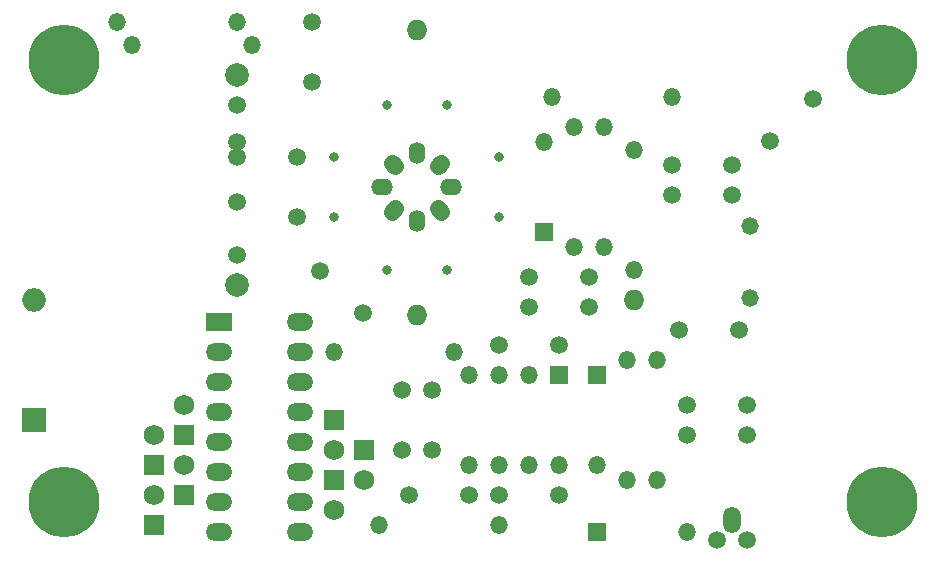
<source format=gbs>
G04 (created by PCBNEW (22-Jun-2014 BZR 4027)-stable) date Fri 29 Jun 2018 12:51:00 AM CDT*
%MOIN*%
G04 Gerber Fmt 3.4, Leading zero omitted, Abs format*
%FSLAX34Y34*%
G01*
G70*
G90*
G04 APERTURE LIST*
%ADD10C,0.00590551*%
%ADD11C,0.059*%
%ADD12O,0.059X0.0885*%
%ADD13O,0.059X0.059*%
%ADD14R,0.059X0.059*%
%ADD15C,0.23622*%
%ADD16O,0.069X0.069*%
%ADD17O,0.058X0.058*%
%ADD18C,0.056*%
%ADD19O,0.072X0.056*%
%ADD20O,0.056X0.072*%
%ADD21O,0.032X0.032*%
%ADD22R,0.079X0.079*%
%ADD23O,0.079X0.079*%
%ADD24R,0.069X0.069*%
%ADD25C,0.069*%
%ADD26R,0.0885X0.059*%
%ADD27O,0.0885X0.059*%
%ADD28C,0.079*%
G04 APERTURE END LIST*
G54D10*
G54D11*
X95750Y-44250D03*
G54D12*
X96250Y-43602D03*
G54D11*
X96750Y-44250D03*
G54D13*
X92750Y-38250D03*
X92750Y-42250D03*
X93750Y-42250D03*
X93750Y-38250D03*
X83000Y-38000D03*
X87000Y-38000D03*
X91000Y-30500D03*
X91000Y-34500D03*
X88500Y-43750D03*
X84500Y-43750D03*
G54D14*
X90500Y-38750D03*
G54D13*
X89500Y-38750D03*
X88500Y-38750D03*
X87500Y-38750D03*
X87500Y-41750D03*
X88500Y-41750D03*
X90500Y-41750D03*
X89500Y-41750D03*
G54D15*
X101250Y-28250D03*
G54D11*
X94750Y-40750D03*
X96750Y-40750D03*
X91500Y-36500D03*
X89500Y-36500D03*
X85250Y-41250D03*
X85250Y-39250D03*
X86250Y-41250D03*
X86250Y-39250D03*
X88500Y-42750D03*
X90500Y-42750D03*
X82542Y-35292D03*
X83957Y-36707D03*
X81750Y-31500D03*
X81750Y-33500D03*
X96750Y-39750D03*
X94750Y-39750D03*
X90500Y-37750D03*
X88500Y-37750D03*
X87500Y-42750D03*
X85500Y-42750D03*
G54D16*
X85750Y-36750D03*
G54D15*
X74000Y-43000D03*
G54D16*
X85750Y-27250D03*
G54D13*
X90250Y-29500D03*
X94250Y-29500D03*
X92000Y-30500D03*
X92000Y-34500D03*
X93000Y-31250D03*
X93000Y-35250D03*
G54D11*
X94250Y-31750D03*
X96250Y-31750D03*
X96250Y-32750D03*
X94250Y-32750D03*
X96500Y-37250D03*
X94500Y-37250D03*
G54D16*
X93000Y-36250D03*
G54D17*
X96850Y-33800D03*
X96850Y-36200D03*
G54D18*
X85042Y-31792D02*
X84929Y-31679D01*
X86570Y-31679D02*
X86457Y-31792D01*
G54D19*
X86890Y-32500D03*
G54D20*
X85750Y-31359D03*
G54D18*
X86570Y-33320D02*
X86457Y-33207D01*
G54D20*
X85750Y-33640D03*
G54D18*
X85042Y-33207D02*
X84929Y-33320D01*
G54D19*
X84609Y-32500D03*
G54D11*
X91500Y-35500D03*
X89500Y-35500D03*
G54D15*
X74000Y-28250D03*
X101250Y-43000D03*
G54D21*
X84750Y-29750D03*
X86750Y-29750D03*
X88500Y-31500D03*
X88500Y-33500D03*
X83000Y-31500D03*
X83000Y-33500D03*
X84750Y-35250D03*
X86750Y-35250D03*
G54D13*
X79750Y-27000D03*
X75750Y-27000D03*
X76250Y-27750D03*
X80250Y-27750D03*
G54D11*
X82250Y-27000D03*
X82250Y-29000D03*
G54D14*
X91750Y-44000D03*
G54D13*
X94750Y-44000D03*
G54D14*
X90000Y-34000D03*
G54D13*
X90000Y-31000D03*
G54D14*
X91750Y-38750D03*
G54D13*
X91750Y-41750D03*
G54D22*
X73000Y-40250D03*
G54D23*
X73000Y-36250D03*
G54D11*
X97542Y-30957D03*
X98957Y-29542D03*
G54D24*
X83000Y-40250D03*
G54D25*
X83000Y-41250D03*
G54D24*
X84000Y-41250D03*
G54D25*
X84000Y-42250D03*
G54D24*
X83000Y-42250D03*
G54D25*
X83000Y-43250D03*
G54D24*
X77000Y-41750D03*
G54D25*
X77000Y-40750D03*
G54D24*
X78000Y-42750D03*
G54D25*
X78000Y-41750D03*
G54D24*
X77000Y-43750D03*
G54D25*
X77000Y-42750D03*
G54D24*
X78000Y-40750D03*
G54D25*
X78000Y-39750D03*
G54D26*
X79147Y-37000D03*
G54D27*
X79147Y-38000D03*
X79147Y-39000D03*
X79147Y-40000D03*
X81852Y-42000D03*
X81852Y-41000D03*
X81852Y-40000D03*
X81852Y-39000D03*
X79147Y-41000D03*
X79147Y-42000D03*
X79147Y-43000D03*
X81852Y-43000D03*
X81852Y-44000D03*
X81852Y-38000D03*
X79147Y-44000D03*
X81852Y-37000D03*
G54D11*
X79750Y-31000D03*
X79750Y-33000D03*
X79750Y-31500D03*
X79750Y-34750D03*
X79750Y-29750D03*
G54D28*
X79750Y-35750D03*
X79750Y-28750D03*
M02*

</source>
